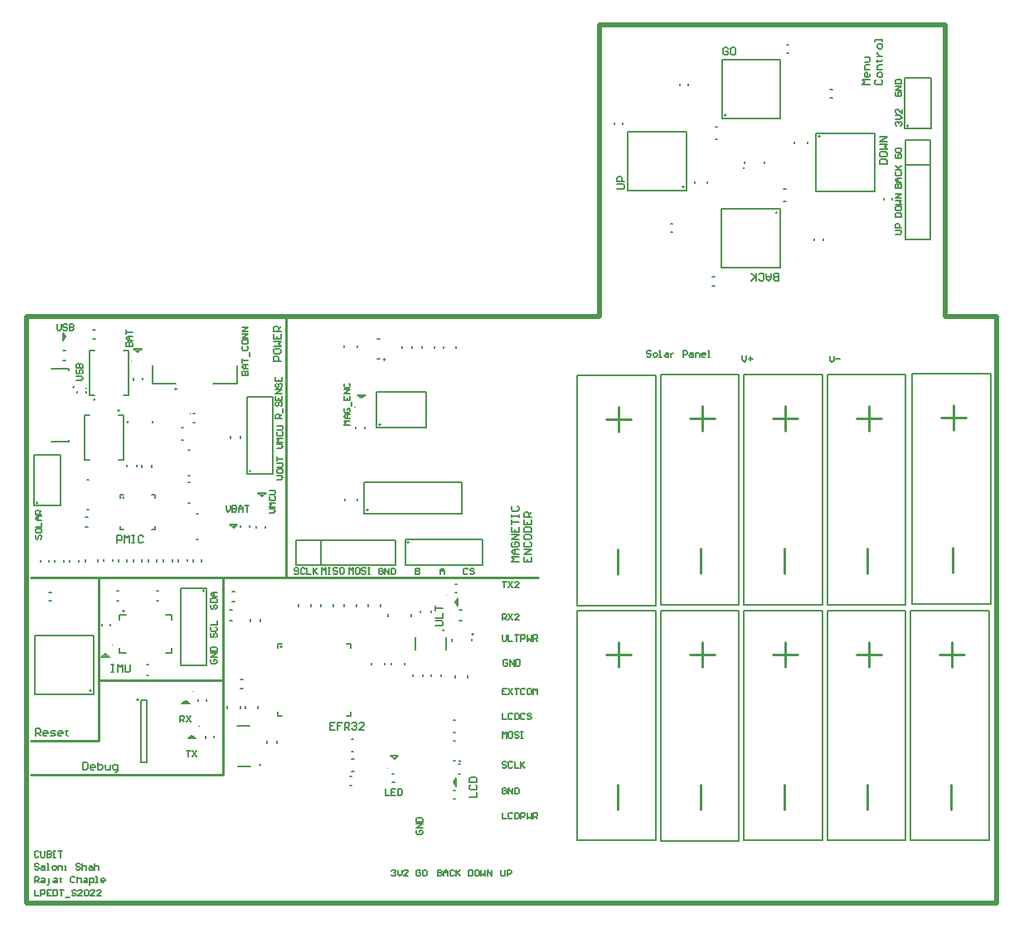
<source format=gto>
G04*
G04 #@! TF.GenerationSoftware,Altium Limited,Altium Designer,22.2.1 (43)*
G04*
G04 Layer_Color=65535*
%FSLAX25Y25*%
%MOIN*%
G70*
G04*
G04 #@! TF.SameCoordinates,3F60BFF8-F64E-45F8-B6E0-E43E19044127*
G04*
G04*
G04 #@! TF.FilePolarity,Positive*
G04*
G01*
G75*
%ADD10C,0.00600*%
%ADD11C,0.00394*%
%ADD12C,0.01000*%
%ADD13C,0.00500*%
%ADD14C,0.00787*%
%ADD15C,0.00807*%
%ADD16C,0.02000*%
D10*
X27400Y202700D02*
G03*
X27400Y202700I-300J0D01*
G01*
X37200Y198200D02*
G03*
X37200Y198200I-300J0D01*
G01*
X90000Y173950D02*
G03*
X90000Y173950I-300J0D01*
G01*
X153600Y145300D02*
G03*
X153600Y145300I-300J0D01*
G01*
X71300Y125700D02*
G03*
X71300Y125700I-300J0D01*
G01*
X4400Y161100D02*
G03*
X4400Y161100I-300J0D01*
G01*
X354400Y312800D02*
G03*
X354400Y312800I-300J0D01*
G01*
X39247Y117616D02*
G03*
X39247Y117616I-300J0D01*
G01*
X19100Y207737D02*
G03*
X19100Y207737I-300J0D01*
G01*
X264073Y288285D02*
G03*
X264073Y288285I-300J0D01*
G01*
X301614Y277873D02*
G03*
X301614Y277873I-300J0D01*
G01*
X281085Y317127D02*
G03*
X281085Y317127I-300J0D01*
G01*
X318827Y308514D02*
G03*
X318827Y308514I-300J0D01*
G01*
X25842Y85513D02*
G03*
X25842Y85513I-300J0D01*
G01*
X174400Y57200D02*
G03*
X174400Y57200I-300J0D01*
G01*
X288514Y295773D02*
G03*
X288514Y295773I-300J0D01*
G01*
X144000Y218800D02*
G03*
X144000Y218800I-300J0D01*
G01*
X179500Y108300D02*
G03*
X179500Y108300I-300J0D01*
G01*
X137200Y158300D02*
G03*
X137200Y158300I-300J0D01*
G01*
X167700Y109900D02*
G03*
X167700Y109900I-300J0D01*
G01*
X65850Y197100D02*
G03*
X65850Y197100I-50J0D01*
G01*
X23850Y207200D02*
G03*
X23850Y207200I-50J0D01*
G01*
X94150Y55731D02*
G03*
X94150Y55731I-300J0D01*
G01*
X60200Y207000D02*
G03*
X60200Y207000I-300J0D01*
G01*
X142165Y192671D02*
G03*
X142165Y192671I-300J0D01*
G01*
X39100Y163200D02*
G03*
X39100Y163200I-300J0D01*
G01*
X102500Y103400D02*
G03*
X102500Y103400I-300J0D01*
G01*
X44800Y82000D02*
G03*
X44800Y82000I-300J0D01*
G01*
X25126Y204345D02*
Y222455D01*
X40874Y204345D02*
Y222455D01*
X25126Y204345D02*
X27193D01*
X25126Y222455D02*
X27193D01*
X38807Y204345D02*
X40874D01*
X38807Y222455D02*
X40874D01*
X23126Y178445D02*
X25193D01*
X23126Y196555D02*
X25193D01*
X36807Y178445D02*
X38874D01*
X36807Y196555D02*
X38874D01*
X23126Y178445D02*
Y196555D01*
X38874Y178445D02*
Y196555D01*
X171506Y42166D02*
X172294D01*
X171500Y45600D02*
X172287D01*
X258700Y273400D02*
X259487D01*
X258706Y269966D02*
X259494D01*
X239634Y313306D02*
Y314094D01*
X236200Y313300D02*
Y314087D01*
X316600Y266800D02*
Y267587D01*
X320034Y266806D02*
Y267594D01*
X262366Y329106D02*
Y329894D01*
X265800Y329113D02*
Y329900D01*
X275613Y248600D02*
X276400D01*
X275606Y252034D02*
X276394D01*
X305506Y341966D02*
X306294D01*
X305500Y345400D02*
X306287D01*
X323013Y324000D02*
X323800D01*
X323006Y327434D02*
X323794D01*
X344466Y283006D02*
Y283794D01*
X347900Y283013D02*
Y283800D01*
X72225Y81413D02*
Y82200D01*
X68791Y81406D02*
Y82194D01*
X71766Y66606D02*
Y67394D01*
X75200Y66613D02*
Y67400D01*
X146913Y48800D02*
X147700D01*
X146906Y52234D02*
X147694D01*
X85966Y151306D02*
Y152094D01*
X89400Y151313D02*
Y152100D01*
X95700Y151113D02*
Y151900D01*
X92266Y151106D02*
Y151894D01*
X8957Y125234D02*
X9744D01*
X8963Y121800D02*
X9750D01*
X14700Y137313D02*
Y138100D01*
X11266Y137306D02*
Y138094D01*
X17266Y137456D02*
Y138243D01*
X20700Y137462D02*
Y138250D01*
X8900Y137313D02*
Y138100D01*
X5466Y137306D02*
Y138094D01*
X26606Y227266D02*
X27394D01*
X26600Y230700D02*
X27387D01*
X36900Y137600D02*
Y138387D01*
X40334Y137606D02*
Y138394D01*
X42866Y137506D02*
Y138294D01*
X46300Y137513D02*
Y138300D01*
X64400Y137613D02*
Y138400D01*
X60966Y137606D02*
Y138394D01*
X42966Y210606D02*
Y211394D01*
X46400Y210613D02*
Y211400D01*
X135700Y191113D02*
Y191900D01*
X132266Y191106D02*
Y191894D01*
X33581Y111822D02*
Y112609D01*
X30147Y111816D02*
Y112603D01*
X31000Y137650D02*
Y138437D01*
X34434Y137656D02*
Y138443D01*
X48866Y137506D02*
Y138294D01*
X52300Y137513D02*
Y138300D01*
X172200Y128600D02*
X172987D01*
X172206Y125166D02*
X172994D01*
X70334Y137506D02*
Y138294D01*
X66900Y137500D02*
Y138287D01*
X55000Y137578D02*
Y138365D01*
X58434Y137584D02*
Y138372D01*
X64706Y161166D02*
X65494D01*
X64706Y169434D02*
X65494D01*
X148200Y136000D02*
Y146000D01*
X118200Y136000D02*
Y146000D01*
X108200D02*
X148200D01*
X108200Y136000D02*
Y146000D01*
Y136000D02*
X148200D01*
X353300Y267100D02*
Y307100D01*
X363300D01*
Y267100D02*
Y307100D01*
X353300Y297100D02*
X363300D01*
X353300Y267100D02*
X363300D01*
X99000Y172850D02*
Y203850D01*
X88500Y172850D02*
X99000D01*
X88500Y203850D02*
X99000D01*
X88500Y172850D02*
Y203850D01*
X152200Y146500D02*
X183200D01*
Y136000D02*
Y146500D01*
X152200Y136000D02*
Y146500D01*
Y136000D02*
X183200D01*
X61700Y95800D02*
Y126800D01*
X72200D01*
X61700Y95800D02*
X72200D01*
Y126800D01*
X13500Y160000D02*
Y180300D01*
X3000Y160000D02*
X13500D01*
X3000Y180300D02*
X13500D01*
X3000Y160000D02*
Y180300D01*
X353000Y311700D02*
Y332000D01*
X363500D01*
X353000Y311700D02*
X363500D01*
Y332000D01*
X154500Y115600D02*
Y116387D01*
X145100Y115500D02*
Y116287D01*
X24100Y170600D02*
X24887D01*
X24206Y158366D02*
X24994D01*
X37347Y116216D02*
X39847D01*
X37347Y114216D02*
Y116216D01*
Y100616D02*
Y102616D01*
Y100616D02*
X39347D01*
X55847Y116216D02*
X58347D01*
Y114216D02*
Y116216D01*
Y100616D02*
Y102616D01*
X56347Y100616D02*
X58347D01*
X39347D02*
X39847D01*
X55847D02*
X56347D01*
X16721Y185870D02*
Y186579D01*
Y214295D02*
Y215004D01*
X9811Y185870D02*
X16721D01*
X9811Y215004D02*
X16721D01*
X241562Y286874D02*
X265184D01*
Y310496D01*
X241562D02*
X265184D01*
X241562Y286874D02*
Y310496D01*
X279103Y255662D02*
X302726D01*
X279103D02*
Y279284D01*
X302726D01*
Y255662D02*
Y279284D01*
X279374Y315716D02*
Y339338D01*
Y315716D02*
X302996D01*
Y339338D01*
X279374D02*
X302996D01*
X340738Y286303D02*
Y309926D01*
X317116Y286303D02*
X340738D01*
X317116D02*
Y309926D01*
X340738D01*
X3331Y84102D02*
X26953D01*
Y107724D01*
X3331D02*
X26953D01*
X3331Y84102D02*
Y107724D01*
X135415Y156901D02*
X174785D01*
X135415Y169499D02*
X174785D01*
X135415Y156901D02*
Y169499D01*
X174785Y156901D02*
Y169499D01*
X156300Y102000D02*
Y107000D01*
X168600Y102000D02*
Y107000D01*
X66856Y193543D02*
X67644D01*
X66813Y197057D02*
X67600D01*
X23757Y205400D02*
Y206187D01*
X20243Y205356D02*
Y206144D01*
X84627Y71392D02*
X89627D01*
X84750Y55209D02*
X89750D01*
X86013Y86500D02*
X86800D01*
X86013Y90100D02*
X86800D01*
X129713Y51000D02*
X130500D01*
X129713Y47400D02*
X130500D01*
X40382Y193456D02*
Y194244D01*
X50618Y193456D02*
Y194244D01*
X64856Y172082D02*
X65644D01*
X64856Y182318D02*
X65644D01*
X68156Y146582D02*
X68944D01*
X68156Y156818D02*
X68944D01*
X171513Y73700D02*
X172300D01*
X171506Y68666D02*
X172294D01*
X273434Y289806D02*
Y290594D01*
X268400Y289813D02*
Y290600D01*
X304300Y282500D02*
X305087D01*
X304306Y287534D02*
X305094D01*
X276806Y307466D02*
X277594D01*
X276813Y312500D02*
X277600D01*
X313700Y305700D02*
Y306487D01*
X308666Y305706D02*
Y306494D01*
X80666Y78606D02*
Y79394D01*
X85700Y78600D02*
Y79387D01*
X92800Y78500D02*
Y79287D01*
X87766Y78506D02*
Y79294D01*
X130606Y53166D02*
X131394D01*
X130613Y58200D02*
X131400D01*
X137100Y119513D02*
Y120300D01*
X142134Y119506D02*
Y120294D01*
X132634Y119506D02*
Y120294D01*
X127600Y119513D02*
Y120300D01*
X118300Y119513D02*
Y120300D01*
X123334Y119506D02*
Y120294D01*
X114234Y119506D02*
Y120294D01*
X109200Y119513D02*
Y120300D01*
X151700Y96100D02*
Y96887D01*
X146666Y96106D02*
Y96894D01*
X138666Y96106D02*
Y96894D01*
X143700Y96100D02*
Y96887D01*
X62113Y191400D02*
X62900D01*
X62106Y186366D02*
X62894D01*
X23466Y137606D02*
Y138394D01*
X28500Y137600D02*
Y138387D01*
X158900Y223313D02*
Y224100D01*
X163934Y223306D02*
Y224094D01*
X127666Y223806D02*
Y224594D01*
X132700Y223800D02*
Y224587D01*
X177200Y90900D02*
Y91687D01*
X172166Y90906D02*
Y91694D01*
X172434Y223306D02*
Y224094D01*
X167400Y223313D02*
Y224100D01*
X132800Y162000D02*
Y162787D01*
X127766Y162006D02*
Y162794D01*
X130490Y61232D02*
X131278D01*
X130496Y66266D02*
X131284D01*
X50500Y209000D02*
Y216500D01*
Y209000D02*
X60000D01*
X75000D02*
X84500D01*
Y216500D01*
X162367Y117006D02*
Y117794D01*
X158233Y117006D02*
Y117794D01*
X50267Y175606D02*
Y176394D01*
X46133Y175606D02*
Y176394D01*
X40033Y175706D02*
Y176494D01*
X44167Y175706D02*
Y176494D01*
X23606Y155567D02*
X24394D01*
X23606Y151433D02*
X24394D01*
X150833Y223306D02*
Y224094D01*
X154967Y223306D02*
Y224094D01*
X52211Y121671D02*
X52999D01*
X52211Y125805D02*
X52999D01*
X48106Y96067D02*
X48894D01*
X48106Y91933D02*
X48894D01*
X36211Y125805D02*
X36999D01*
X36211Y121671D02*
X36999D01*
X166667Y91443D02*
Y92231D01*
X162533Y91443D02*
Y92231D01*
X82606Y121433D02*
X83394D01*
X82606Y125567D02*
X83394D01*
X81669Y118067D02*
X82457D01*
X81669Y113933D02*
X82457D01*
X81833Y187206D02*
Y187994D01*
X85967Y187206D02*
Y187994D01*
X155133Y91443D02*
Y92231D01*
X159267Y91443D02*
Y92231D01*
X14606Y222567D02*
X15394D01*
X14606Y218433D02*
X15394D01*
X100667Y64543D02*
Y65331D01*
X96533Y64543D02*
Y65331D01*
X93867Y113606D02*
Y114394D01*
X89733Y113606D02*
Y114394D01*
X173406Y52133D02*
X174194D01*
X173406Y56267D02*
X174194D01*
X174006Y118067D02*
X174794D01*
X174006Y113933D02*
X174794D01*
X160504Y191287D02*
Y205854D01*
X140425Y191287D02*
Y205854D01*
X160504D01*
X140425Y191287D02*
X160504D01*
X37610Y163209D02*
Y164390D01*
Y150610D02*
Y151791D01*
X51390Y163209D02*
Y164390D01*
Y150610D02*
Y151791D01*
X37610Y164390D02*
X38791D01*
X37610Y150610D02*
X38791D01*
X50209Y164390D02*
X51390D01*
X50209Y150610D02*
X51390D01*
X100933Y75433D02*
X102587D01*
X100933D02*
Y77087D01*
X128413Y75433D02*
X130067D01*
Y77087D01*
Y102913D02*
Y104567D01*
X128413D02*
X130067D01*
X100933D02*
X102587D01*
X100933Y102913D02*
Y104567D01*
X45720Y81900D02*
X48280D01*
X45720Y56900D02*
Y81900D01*
Y56900D02*
X48280D01*
Y81900D01*
X197761Y137300D02*
X194762D01*
X195762Y138300D01*
X194762Y139299D01*
X197761D01*
Y140299D02*
X195762D01*
X194762Y141299D01*
X195762Y142298D01*
X197761D01*
X196262D01*
Y140299D01*
X195262Y145297D02*
X194762Y144798D01*
Y143798D01*
X195262Y143298D01*
X197261D01*
X197761Y143798D01*
Y144798D01*
X197261Y145297D01*
X196262D01*
Y144298D01*
X197761Y146297D02*
X194762D01*
X197761Y148296D01*
X194762D01*
Y151295D02*
Y149296D01*
X197761D01*
Y151295D01*
X196262Y149296D02*
Y150296D01*
X194762Y152295D02*
Y154295D01*
Y153295D01*
X197761D01*
X194762Y155294D02*
Y156294D01*
Y155794D01*
X197761D01*
Y155294D01*
Y156294D01*
X195262Y159793D02*
X194762Y159293D01*
Y158293D01*
X195262Y157793D01*
X197261D01*
X197761Y158293D01*
Y159293D01*
X197261Y159793D01*
X199801Y139299D02*
Y137300D01*
X202800D01*
Y139299D01*
X201301Y137300D02*
Y138300D01*
X202800Y140299D02*
X199801D01*
X202800Y142298D01*
X199801D01*
X200301Y145297D02*
X199801Y144798D01*
Y143798D01*
X200301Y143298D01*
X202300D01*
X202800Y143798D01*
Y144798D01*
X202300Y145297D01*
X199801Y147797D02*
Y146797D01*
X200301Y146297D01*
X202300D01*
X202800Y146797D01*
Y147797D01*
X202300Y148296D01*
X200301D01*
X199801Y147797D01*
Y149296D02*
X202800D01*
Y150796D01*
X202300Y151295D01*
X200301D01*
X199801Y150796D01*
Y149296D01*
Y154295D02*
Y152295D01*
X202800D01*
Y154295D01*
X201301Y152295D02*
Y153295D01*
X202800Y155294D02*
X199801D01*
Y156794D01*
X200301Y157293D01*
X201301D01*
X201800Y156794D01*
Y155294D01*
Y156294D02*
X202800Y157293D01*
X338861Y329400D02*
X335862D01*
X336862Y330400D01*
X335862Y331399D01*
X338861D01*
Y333898D02*
Y332899D01*
X338361Y332399D01*
X337362D01*
X336862Y332899D01*
Y333898D01*
X337362Y334398D01*
X337861D01*
Y332399D01*
X338861Y335398D02*
X336862D01*
Y336898D01*
X337362Y337397D01*
X338861D01*
X336862Y338397D02*
X338361D01*
X338861Y338897D01*
Y340396D01*
X336862D01*
X341401Y331399D02*
X340901Y330900D01*
Y329900D01*
X341401Y329400D01*
X343400D01*
X343900Y329900D01*
Y330900D01*
X343400Y331399D01*
X343900Y332899D02*
Y333898D01*
X343400Y334398D01*
X342401D01*
X341901Y333898D01*
Y332899D01*
X342401Y332399D01*
X343400D01*
X343900Y332899D01*
Y335398D02*
X341901D01*
Y336898D01*
X342401Y337397D01*
X343900D01*
X341401Y338897D02*
X341901D01*
Y338397D01*
Y339397D01*
Y338897D01*
X343400D01*
X343900Y339397D01*
X341901Y340896D02*
X343900D01*
X342900D01*
X342401Y341396D01*
X341901Y341896D01*
Y342396D01*
X343900Y344395D02*
Y345395D01*
X343400Y345895D01*
X342401D01*
X341901Y345395D01*
Y344395D01*
X342401Y343895D01*
X343400D01*
X343900Y344395D01*
Y346894D02*
Y347894D01*
Y347394D01*
X340901D01*
Y346894D01*
X157017Y29566D02*
X156601Y29150D01*
Y28317D01*
X157017Y27900D01*
X158684D01*
X159100Y28317D01*
Y29150D01*
X158684Y29566D01*
X157850D01*
Y28733D01*
X159100Y30399D02*
X156601D01*
X159100Y32065D01*
X156601D01*
Y32898D02*
X159100D01*
Y34148D01*
X158684Y34565D01*
X157017D01*
X156601Y34148D01*
Y32898D01*
X281999Y343799D02*
X281500Y344299D01*
X280500D01*
X280000Y343799D01*
Y341800D01*
X280500Y341300D01*
X281500D01*
X281999Y341800D01*
Y342799D01*
X281000D01*
X284499Y344299D02*
X283499D01*
X282999Y343799D01*
Y341800D01*
X283499Y341300D01*
X284499D01*
X284998Y341800D01*
Y343799D01*
X284499Y344299D01*
X349101Y269200D02*
X351184D01*
X351600Y269617D01*
Y270450D01*
X351184Y270866D01*
X349101D01*
X351600Y271699D02*
X349101D01*
Y272949D01*
X349517Y273365D01*
X350350D01*
X350767Y272949D01*
Y271699D01*
X349101Y276200D02*
X351600D01*
Y277450D01*
X351184Y277866D01*
X349517D01*
X349101Y277450D01*
Y276200D01*
Y279949D02*
Y279116D01*
X349517Y278699D01*
X351184D01*
X351600Y279116D01*
Y279949D01*
X351184Y280365D01*
X349517D01*
X349101Y279949D01*
Y281198D02*
X351600D01*
X350767Y282031D01*
X351600Y282864D01*
X349101D01*
X351600Y283698D02*
X349101D01*
X351600Y285364D01*
X349101D01*
X349517Y326366D02*
X349101Y325950D01*
Y325116D01*
X349517Y324700D01*
X351184D01*
X351600Y325116D01*
Y325950D01*
X351184Y326366D01*
X350350D01*
Y325533D01*
X351600Y327199D02*
X349101D01*
X351600Y328865D01*
X349101D01*
Y329698D02*
X351600D01*
Y330948D01*
X351184Y331364D01*
X349517D01*
X349101Y330948D01*
Y329698D01*
X302300Y250601D02*
Y253600D01*
X300800D01*
X300301Y253100D01*
Y252600D01*
X300800Y252100D01*
X302300D01*
X300800D01*
X300301Y251601D01*
Y251101D01*
X300800Y250601D01*
X302300D01*
X299301Y253600D02*
Y251601D01*
X298301Y250601D01*
X297302Y251601D01*
Y253600D01*
Y252100D01*
X299301D01*
X294303Y251101D02*
X294802Y250601D01*
X295802D01*
X296302Y251101D01*
Y253100D01*
X295802Y253600D01*
X294802D01*
X294303Y253100D01*
X293303Y250601D02*
Y253600D01*
Y252600D01*
X291304Y250601D01*
X292803Y252100D01*
X291304Y253600D01*
X237301Y287300D02*
X239800D01*
X240300Y287800D01*
Y288800D01*
X239800Y289299D01*
X237301D01*
X240300Y290299D02*
X237301D01*
Y291798D01*
X237801Y292298D01*
X238801D01*
X239300Y291798D01*
Y290299D01*
X349617Y312900D02*
X349201Y313316D01*
Y314150D01*
X349617Y314566D01*
X350034D01*
X350450Y314150D01*
Y313733D01*
Y314150D01*
X350867Y314566D01*
X351284D01*
X351700Y314150D01*
Y313316D01*
X351284Y312900D01*
X349201Y315399D02*
X350867D01*
X351700Y316232D01*
X350867Y317065D01*
X349201D01*
X351700Y319565D02*
Y317898D01*
X350034Y319565D01*
X349617D01*
X349201Y319148D01*
Y318315D01*
X349617Y317898D01*
X349517Y301366D02*
X349101Y300950D01*
Y300116D01*
X349517Y299700D01*
X351184D01*
X351600Y300116D01*
Y300950D01*
X351184Y301366D01*
X350350D01*
Y300533D01*
X349101Y303449D02*
Y302616D01*
X349517Y302199D01*
X351184D01*
X351600Y302616D01*
Y303449D01*
X351184Y303865D01*
X349517D01*
X349101Y303449D01*
Y287700D02*
X351600D01*
Y288950D01*
X351184Y289366D01*
X350767D01*
X350350Y288950D01*
Y287700D01*
Y288950D01*
X349934Y289366D01*
X349517D01*
X349101Y288950D01*
Y287700D01*
X351600Y290199D02*
X349934D01*
X349101Y291032D01*
X349934Y291865D01*
X351600D01*
X350350D01*
Y290199D01*
X349517Y294365D02*
X349101Y293948D01*
Y293115D01*
X349517Y292698D01*
X351184D01*
X351600Y293115D01*
Y293948D01*
X351184Y294365D01*
X349101Y295198D02*
X351600D01*
X350767D01*
X349101Y296864D01*
X350350Y295614D01*
X351600Y296864D01*
X342801Y297300D02*
X345800D01*
Y298799D01*
X345300Y299299D01*
X343301D01*
X342801Y298799D01*
Y297300D01*
Y301799D02*
Y300799D01*
X343301Y300299D01*
X345300D01*
X345800Y300799D01*
Y301799D01*
X345300Y302298D01*
X343301D01*
X342801Y301799D01*
Y303298D02*
X345800D01*
X344800Y304298D01*
X345800Y305297D01*
X342801D01*
X345800Y306297D02*
X342801D01*
X345800Y308296D01*
X342801D01*
X3100Y5516D02*
Y3016D01*
X4766D01*
X5599D02*
Y5516D01*
X6849D01*
X7265Y5099D01*
Y4266D01*
X6849Y3850D01*
X5599D01*
X9764Y5516D02*
X8098D01*
Y3016D01*
X9764D01*
X8098Y4266D02*
X8931D01*
X10598Y5516D02*
Y3016D01*
X11847D01*
X12264Y3433D01*
Y5099D01*
X11847Y5516D01*
X10598D01*
X13097D02*
X14763D01*
X13930D01*
Y3016D01*
X15596Y2600D02*
X17262D01*
X19761Y5099D02*
X19345Y5516D01*
X18512D01*
X18095Y5099D01*
Y4683D01*
X18512Y4266D01*
X19345D01*
X19761Y3850D01*
Y3433D01*
X19345Y3016D01*
X18512D01*
X18095Y3433D01*
X22261Y3016D02*
X20594D01*
X22261Y4683D01*
Y5099D01*
X21844Y5516D01*
X21011D01*
X20594Y5099D01*
X23094D02*
X23510Y5516D01*
X24343D01*
X24760Y5099D01*
Y3433D01*
X24343Y3016D01*
X23510D01*
X23094Y3433D01*
Y5099D01*
X27259Y3016D02*
X25593D01*
X27259Y4683D01*
Y5099D01*
X26842Y5516D01*
X26009D01*
X25593Y5099D01*
X29758Y3016D02*
X28092D01*
X29758Y4683D01*
Y5099D01*
X29342Y5516D01*
X28508D01*
X28092Y5099D01*
X3100Y8433D02*
Y10932D01*
X4350D01*
X4766Y10516D01*
Y9683D01*
X4350Y9266D01*
X3100D01*
X3933D02*
X4766Y8433D01*
X6016Y10099D02*
X6849D01*
X7265Y9683D01*
Y8433D01*
X6016D01*
X5599Y8850D01*
X6016Y9266D01*
X7265D01*
X8098Y7600D02*
X8515D01*
X8931Y8016D01*
Y10099D01*
X11014D02*
X11847D01*
X12264Y9683D01*
Y8433D01*
X11014D01*
X10598Y8850D01*
X11014Y9266D01*
X12264D01*
X13513Y10516D02*
Y10099D01*
X13097D01*
X13930D01*
X13513D01*
Y8850D01*
X13930Y8433D01*
X19345Y10516D02*
X18928Y10932D01*
X18095D01*
X17679Y10516D01*
Y8850D01*
X18095Y8433D01*
X18928D01*
X19345Y8850D01*
X20178Y10932D02*
Y8433D01*
Y9683D01*
X20594Y10099D01*
X21427D01*
X21844Y9683D01*
Y8433D01*
X23094Y10099D02*
X23927D01*
X24343Y9683D01*
Y8433D01*
X23094D01*
X22677Y8850D01*
X23094Y9266D01*
X24343D01*
X25176Y7600D02*
Y10099D01*
X26426D01*
X26842Y9683D01*
Y8850D01*
X26426Y8433D01*
X25176D01*
X27675D02*
X28508D01*
X28092D01*
Y10932D01*
X27675D01*
X31008Y8433D02*
X30175D01*
X29758Y8850D01*
Y9683D01*
X30175Y10099D01*
X31008D01*
X31424Y9683D01*
Y9266D01*
X29758D01*
X4766Y15683D02*
X4350Y16099D01*
X3517D01*
X3100Y15683D01*
Y15266D01*
X3517Y14850D01*
X4350D01*
X4766Y14433D01*
Y14017D01*
X4350Y13600D01*
X3517D01*
X3100Y14017D01*
X6016Y15266D02*
X6849D01*
X7265Y14850D01*
Y13600D01*
X6016D01*
X5599Y14017D01*
X6016Y14433D01*
X7265D01*
X8098Y13600D02*
X8931D01*
X8515D01*
Y16099D01*
X8098D01*
X10598Y13600D02*
X11431D01*
X11847Y14017D01*
Y14850D01*
X11431Y15266D01*
X10598D01*
X10181Y14850D01*
Y14017D01*
X10598Y13600D01*
X12680D02*
Y15266D01*
X13930D01*
X14346Y14850D01*
Y13600D01*
X15179D02*
X16013D01*
X15596D01*
Y15266D01*
X15179D01*
X21427Y15683D02*
X21011Y16099D01*
X20178D01*
X19761Y15683D01*
Y15266D01*
X20178Y14850D01*
X21011D01*
X21427Y14433D01*
Y14017D01*
X21011Y13600D01*
X20178D01*
X19761Y14017D01*
X22261Y16099D02*
Y13600D01*
Y14850D01*
X22677Y15266D01*
X23510D01*
X23927Y14850D01*
Y13600D01*
X25176Y15266D02*
X26009D01*
X26426Y14850D01*
Y13600D01*
X25176D01*
X24760Y14017D01*
X25176Y14433D01*
X26426D01*
X27259Y16099D02*
Y13600D01*
Y14850D01*
X27675Y15266D01*
X28508D01*
X28925Y14850D01*
Y13600D01*
X4766Y20683D02*
X4350Y21099D01*
X3517D01*
X3100Y20683D01*
Y19016D01*
X3517Y18600D01*
X4350D01*
X4766Y19016D01*
X5599Y21099D02*
Y19016D01*
X6016Y18600D01*
X6849D01*
X7265Y19016D01*
Y21099D01*
X8098D02*
Y18600D01*
X9348D01*
X9764Y19016D01*
Y19433D01*
X9348Y19850D01*
X8098D01*
X9348D01*
X9764Y20266D01*
Y20683D01*
X9348Y21099D01*
X8098D01*
X10598D02*
X11431D01*
X11014D01*
Y18600D01*
X10598D01*
X11431D01*
X12680Y21099D02*
X14346D01*
X13513D01*
Y18600D01*
X322700Y220199D02*
Y218533D01*
X323533Y217700D01*
X324366Y218533D01*
Y220199D01*
X325199Y218950D02*
X326865D01*
X287600Y220399D02*
Y218733D01*
X288433Y217900D01*
X289266Y218733D01*
Y220399D01*
X290099Y219150D02*
X291765D01*
X290932Y219983D02*
Y218317D01*
X250866Y221983D02*
X250450Y222399D01*
X249617D01*
X249200Y221983D01*
Y221566D01*
X249617Y221150D01*
X250450D01*
X250866Y220733D01*
Y220317D01*
X250450Y219900D01*
X249617D01*
X249200Y220317D01*
X252116Y219900D02*
X252949D01*
X253365Y220317D01*
Y221150D01*
X252949Y221566D01*
X252116D01*
X251699Y221150D01*
Y220317D01*
X252116Y219900D01*
X254198D02*
X255031D01*
X254615D01*
Y222399D01*
X254198D01*
X256698Y221566D02*
X257531D01*
X257947Y221150D01*
Y219900D01*
X256698D01*
X256281Y220317D01*
X256698Y220733D01*
X257947D01*
X258780Y221566D02*
Y219900D01*
Y220733D01*
X259197Y221150D01*
X259613Y221566D01*
X260030D01*
X263779Y219900D02*
Y222399D01*
X265028D01*
X265445Y221983D01*
Y221150D01*
X265028Y220733D01*
X263779D01*
X266694Y221566D02*
X267527D01*
X267944Y221150D01*
Y219900D01*
X266694D01*
X266278Y220317D01*
X266694Y220733D01*
X267944D01*
X268777Y219900D02*
Y221566D01*
X270027D01*
X270443Y221150D01*
Y219900D01*
X272526D02*
X271693D01*
X271276Y220317D01*
Y221150D01*
X271693Y221566D01*
X272526D01*
X272942Y221150D01*
Y220733D01*
X271276D01*
X273775Y219900D02*
X274608D01*
X274192D01*
Y222399D01*
X273775D01*
X191100Y129599D02*
X192766D01*
X191933D01*
Y127100D01*
X193599Y129599D02*
X195265Y127100D01*
Y129599D02*
X193599Y127100D01*
X197765D02*
X196098D01*
X197765Y128766D01*
Y129183D01*
X197348Y129599D01*
X196515D01*
X196098Y129183D01*
X191100Y114100D02*
Y116599D01*
X192350D01*
X192766Y116183D01*
Y115350D01*
X192350Y114933D01*
X191100D01*
X191933D02*
X192766Y114100D01*
X193599Y116599D02*
X195265Y114100D01*
Y116599D02*
X193599Y114100D01*
X197765D02*
X196098D01*
X197765Y115766D01*
Y116183D01*
X197348Y116599D01*
X196515D01*
X196098Y116183D01*
X191100Y108099D02*
Y106017D01*
X191516Y105600D01*
X192350D01*
X192766Y106017D01*
Y108099D01*
X193599D02*
Y105600D01*
X195265D01*
X196098Y108099D02*
X197765D01*
X196931D01*
Y105600D01*
X198598D02*
Y108099D01*
X199847D01*
X200264Y107683D01*
Y106850D01*
X199847Y106433D01*
X198598D01*
X201097Y108099D02*
Y105600D01*
X201930Y106433D01*
X202763Y105600D01*
Y108099D01*
X203596Y105600D02*
Y108099D01*
X204846D01*
X205262Y107683D01*
Y106850D01*
X204846Y106433D01*
X203596D01*
X204429D02*
X205262Y105600D01*
X193266Y97683D02*
X192850Y98099D01*
X192016D01*
X191600Y97683D01*
Y96017D01*
X192016Y95600D01*
X192850D01*
X193266Y96017D01*
Y96850D01*
X192433D01*
X194099Y95600D02*
Y98099D01*
X195765Y95600D01*
Y98099D01*
X196598D02*
Y95600D01*
X197848D01*
X198265Y96017D01*
Y97683D01*
X197848Y98099D01*
X196598D01*
X192766Y86599D02*
X191100D01*
Y84100D01*
X192766D01*
X191100Y85350D02*
X191933D01*
X193599Y86599D02*
X195265Y84100D01*
Y86599D02*
X193599Y84100D01*
X196098Y86599D02*
X197765D01*
X196931D01*
Y84100D01*
X200264Y86183D02*
X199847Y86599D01*
X199014D01*
X198598Y86183D01*
Y84517D01*
X199014Y84100D01*
X199847D01*
X200264Y84517D01*
X202346Y86599D02*
X201513D01*
X201097Y86183D01*
Y84517D01*
X201513Y84100D01*
X202346D01*
X202763Y84517D01*
Y86183D01*
X202346Y86599D01*
X203596Y84100D02*
Y86599D01*
X204429Y85766D01*
X205262Y86599D01*
Y84100D01*
X191100Y76599D02*
Y74100D01*
X192766D01*
X195265Y76183D02*
X194849Y76599D01*
X194016D01*
X193599Y76183D01*
Y74516D01*
X194016Y74100D01*
X194849D01*
X195265Y74516D01*
X196098Y76599D02*
Y74100D01*
X197348D01*
X197765Y74516D01*
Y76183D01*
X197348Y76599D01*
X196098D01*
X200264Y76183D02*
X199847Y76599D01*
X199014D01*
X198598Y76183D01*
Y74516D01*
X199014Y74100D01*
X199847D01*
X200264Y74516D01*
X202763Y76183D02*
X202346Y76599D01*
X201513D01*
X201097Y76183D01*
Y75766D01*
X201513Y75350D01*
X202346D01*
X202763Y74933D01*
Y74516D01*
X202346Y74100D01*
X201513D01*
X201097Y74516D01*
X191100Y66600D02*
Y69099D01*
X191933Y68266D01*
X192766Y69099D01*
Y66600D01*
X194849Y69099D02*
X194016D01*
X193599Y68683D01*
Y67017D01*
X194016Y66600D01*
X194849D01*
X195265Y67017D01*
Y68683D01*
X194849Y69099D01*
X197765Y68683D02*
X197348Y69099D01*
X196515D01*
X196098Y68683D01*
Y68266D01*
X196515Y67850D01*
X197348D01*
X197765Y67433D01*
Y67017D01*
X197348Y66600D01*
X196515D01*
X196098Y67017D01*
X198598Y69099D02*
X199431D01*
X199014D01*
Y66600D01*
X198598D01*
X199431D01*
X192766Y56683D02*
X192350Y57099D01*
X191516D01*
X191100Y56683D01*
Y56266D01*
X191516Y55850D01*
X192350D01*
X192766Y55433D01*
Y55016D01*
X192350Y54600D01*
X191516D01*
X191100Y55016D01*
X195265Y56683D02*
X194849Y57099D01*
X194016D01*
X193599Y56683D01*
Y55016D01*
X194016Y54600D01*
X194849D01*
X195265Y55016D01*
X196098Y57099D02*
Y54600D01*
X197765D01*
X198598Y57099D02*
Y54600D01*
Y55433D01*
X200264Y57099D01*
X199014Y55850D01*
X200264Y54600D01*
X192766Y46183D02*
X192350Y46599D01*
X191516D01*
X191100Y46183D01*
Y44517D01*
X191516Y44100D01*
X192350D01*
X192766Y44517D01*
Y45350D01*
X191933D01*
X193599Y44100D02*
Y46599D01*
X195265Y44100D01*
Y46599D01*
X196098D02*
Y44100D01*
X197348D01*
X197765Y44517D01*
Y46183D01*
X197348Y46599D01*
X196098D01*
X191100Y36599D02*
Y34100D01*
X192766D01*
X195265Y36183D02*
X194849Y36599D01*
X194016D01*
X193599Y36183D01*
Y34517D01*
X194016Y34100D01*
X194849D01*
X195265Y34517D01*
X196098Y36599D02*
Y34100D01*
X197348D01*
X197765Y34517D01*
Y36183D01*
X197348Y36599D01*
X196098D01*
X198598Y34100D02*
Y36599D01*
X199847D01*
X200264Y36183D01*
Y35350D01*
X199847Y34933D01*
X198598D01*
X201097Y36599D02*
Y34100D01*
X201930Y34933D01*
X202763Y34100D01*
Y36599D01*
X203596Y34100D02*
Y36599D01*
X204846D01*
X205262Y36183D01*
Y35350D01*
X204846Y34933D01*
X203596D01*
X204429D02*
X205262Y34100D01*
X190600Y13599D02*
Y11517D01*
X191016Y11100D01*
X191850D01*
X192266Y11517D01*
Y13599D01*
X193099Y11100D02*
Y13599D01*
X194349D01*
X194765Y13183D01*
Y12350D01*
X194349Y11933D01*
X193099D01*
X177600Y13599D02*
Y11100D01*
X178850D01*
X179266Y11517D01*
Y13183D01*
X178850Y13599D01*
X177600D01*
X181349D02*
X180516D01*
X180099Y13183D01*
Y11517D01*
X180516Y11100D01*
X181349D01*
X181765Y11517D01*
Y13183D01*
X181349Y13599D01*
X182598D02*
Y11100D01*
X183431Y11933D01*
X184265Y11100D01*
Y13599D01*
X185098Y11100D02*
Y13599D01*
X186764Y11100D01*
Y13599D01*
X165100D02*
Y11100D01*
X166350D01*
X166766Y11517D01*
Y11933D01*
X166350Y12350D01*
X165100D01*
X166350D01*
X166766Y12766D01*
Y13183D01*
X166350Y13599D01*
X165100D01*
X167599Y11100D02*
Y12766D01*
X168432Y13599D01*
X169265Y12766D01*
Y11100D01*
Y12350D01*
X167599D01*
X171765Y13183D02*
X171348Y13599D01*
X170515D01*
X170098Y13183D01*
Y11517D01*
X170515Y11100D01*
X171348D01*
X171765Y11517D01*
X172598Y13599D02*
Y11100D01*
Y11933D01*
X174264Y13599D01*
X173014Y12350D01*
X174264Y11100D01*
X158266Y13183D02*
X157850Y13599D01*
X157017D01*
X156600Y13183D01*
Y11517D01*
X157017Y11100D01*
X157850D01*
X158266Y11517D01*
Y12350D01*
X157433D01*
X160349Y13599D02*
X159516D01*
X159099Y13183D01*
Y11517D01*
X159516Y11100D01*
X160349D01*
X160765Y11517D01*
Y13183D01*
X160349Y13599D01*
X146600Y13183D02*
X147017Y13599D01*
X147850D01*
X148266Y13183D01*
Y12766D01*
X147850Y12350D01*
X147433D01*
X147850D01*
X148266Y11933D01*
Y11517D01*
X147850Y11100D01*
X147017D01*
X146600Y11517D01*
X149099Y13599D02*
Y11933D01*
X149932Y11100D01*
X150765Y11933D01*
Y13599D01*
X153264Y11100D02*
X151598D01*
X153264Y12766D01*
Y13183D01*
X152848Y13599D01*
X152015D01*
X151598Y13183D01*
X177992Y42740D02*
X180991D01*
Y44739D01*
X178492Y47739D02*
X177992Y47239D01*
Y46239D01*
X178492Y45739D01*
X180491D01*
X180991Y46239D01*
Y47239D01*
X180491Y47739D01*
X177992Y48738D02*
X180991D01*
Y50238D01*
X180491Y50738D01*
X178492D01*
X177992Y50238D01*
Y48738D01*
X144100Y46099D02*
Y43600D01*
X145766D01*
X148265Y46099D02*
X146599D01*
Y43600D01*
X148265D01*
X146599Y44850D02*
X147432D01*
X149098Y46099D02*
Y43600D01*
X150348D01*
X150765Y44017D01*
Y45683D01*
X150348Y46099D01*
X149098D01*
X123699Y72799D02*
X121700D01*
Y69800D01*
X123699D01*
X121700Y71299D02*
X122700D01*
X126698Y72799D02*
X124699D01*
Y71299D01*
X125699D01*
X124699D01*
Y69800D01*
X127698D02*
Y72799D01*
X129198D01*
X129697Y72299D01*
Y71299D01*
X129198Y70800D01*
X127698D01*
X128698D02*
X129697Y69800D01*
X130697Y72299D02*
X131197Y72799D01*
X132197D01*
X132696Y72299D01*
Y71799D01*
X132197Y71299D01*
X131697D01*
X132197D01*
X132696Y70800D01*
Y70300D01*
X132197Y69800D01*
X131197D01*
X130697Y70300D01*
X135696Y69800D02*
X133696D01*
X135696Y71799D01*
Y72299D01*
X135196Y72799D01*
X134196D01*
X133696Y72299D01*
X64100Y61599D02*
X65766D01*
X64933D01*
Y59100D01*
X66599Y61599D02*
X68265Y59100D01*
Y61599D02*
X66599Y59100D01*
X61600Y73100D02*
Y75599D01*
X62850D01*
X63266Y75183D01*
Y74350D01*
X62850Y73933D01*
X61600D01*
X62433D02*
X63266Y73100D01*
X64099Y75599D02*
X65765Y73100D01*
Y75599D02*
X64099Y73100D01*
X22500Y56899D02*
Y53900D01*
X24000D01*
X24499Y54400D01*
Y56399D01*
X24000Y56899D01*
X22500D01*
X26999Y53900D02*
X25999D01*
X25499Y54400D01*
Y55399D01*
X25999Y55899D01*
X26999D01*
X27498Y55399D01*
Y54899D01*
X25499D01*
X28498Y56899D02*
Y53900D01*
X29998D01*
X30497Y54400D01*
Y54899D01*
Y55399D01*
X29998Y55899D01*
X28498D01*
X31497D02*
Y54400D01*
X31997Y53900D01*
X33496D01*
Y55899D01*
X35496Y52900D02*
X35996D01*
X36496Y53400D01*
Y55899D01*
X34996D01*
X34496Y55399D01*
Y54400D01*
X34996Y53900D01*
X36496D01*
X74317Y98266D02*
X73901Y97850D01*
Y97017D01*
X74317Y96600D01*
X75984D01*
X76400Y97017D01*
Y97850D01*
X75984Y98266D01*
X75150D01*
Y97433D01*
X76400Y99099D02*
X73901D01*
X76400Y100765D01*
X73901D01*
Y101598D02*
X76400D01*
Y102848D01*
X75984Y103264D01*
X74317D01*
X73901Y102848D01*
Y101598D01*
X74317Y108766D02*
X73901Y108350D01*
Y107517D01*
X74317Y107100D01*
X74734D01*
X75150Y107517D01*
Y108350D01*
X75567Y108766D01*
X75984D01*
X76400Y108350D01*
Y107517D01*
X75984Y107100D01*
X74317Y111265D02*
X73901Y110849D01*
Y110016D01*
X74317Y109599D01*
X75984D01*
X76400Y110016D01*
Y110849D01*
X75984Y111265D01*
X73901Y112098D02*
X76400D01*
Y113765D01*
X74317Y120266D02*
X73901Y119850D01*
Y119017D01*
X74317Y118600D01*
X74734D01*
X75150Y119017D01*
Y119850D01*
X75567Y120266D01*
X75984D01*
X76400Y119850D01*
Y119017D01*
X75984Y118600D01*
X73901Y121099D02*
X76400D01*
Y122349D01*
X75984Y122765D01*
X74317D01*
X73901Y122349D01*
Y121099D01*
X76400Y123598D02*
X74734D01*
X73901Y124431D01*
X74734Y125265D01*
X76400D01*
X75150D01*
Y123598D01*
X164289Y111663D02*
X166788D01*
X167288Y112163D01*
Y113163D01*
X166788Y113663D01*
X164289D01*
Y114663D02*
X167288D01*
Y116662D01*
X164289Y117661D02*
Y119661D01*
Y118661D01*
X167288D01*
X177222Y134450D02*
X176805Y134867D01*
X175972D01*
X175556Y134450D01*
Y132784D01*
X175972Y132368D01*
X176805D01*
X177222Y132784D01*
X179721Y134450D02*
X179305Y134867D01*
X178472D01*
X178055Y134450D01*
Y134034D01*
X178472Y133617D01*
X179305D01*
X179721Y133201D01*
Y132784D01*
X179305Y132368D01*
X178472D01*
X178055Y132784D01*
X166115Y132368D02*
Y134034D01*
X166948Y134867D01*
X167781Y134034D01*
Y132368D01*
Y133617D01*
X166115D01*
X156177Y134867D02*
Y132368D01*
X157427D01*
X157843Y132784D01*
Y133201D01*
X157427Y133617D01*
X156177D01*
X157427D01*
X157843Y134034D01*
Y134450D01*
X157427Y134867D01*
X156177D01*
X143047Y134506D02*
X142630Y134922D01*
X141797D01*
X141381Y134506D01*
Y132840D01*
X141797Y132423D01*
X142630D01*
X143047Y132840D01*
Y133673D01*
X142214D01*
X143880Y132423D02*
Y134922D01*
X145546Y132423D01*
Y134922D01*
X146379D02*
Y132423D01*
X147629D01*
X148045Y132840D01*
Y134506D01*
X147629Y134922D01*
X146379D01*
X129566Y132534D02*
Y135033D01*
X130399Y134200D01*
X131232Y135033D01*
Y132534D01*
X133315Y135033D02*
X132482D01*
X132065Y134616D01*
Y132950D01*
X132482Y132534D01*
X133315D01*
X133731Y132950D01*
Y134616D01*
X133315Y135033D01*
X136230Y134616D02*
X135814Y135033D01*
X134981D01*
X134564Y134616D01*
Y134200D01*
X134981Y133783D01*
X135814D01*
X136230Y133367D01*
Y132950D01*
X135814Y132534D01*
X134981D01*
X134564Y132950D01*
X137063Y135033D02*
X137897D01*
X137480D01*
Y132534D01*
X137063D01*
X137897D01*
X118634D02*
Y135033D01*
X119467Y134200D01*
X120300Y135033D01*
Y132534D01*
X121133Y135033D02*
X121967D01*
X121550D01*
Y132534D01*
X121133D01*
X121967D01*
X124882Y134616D02*
X124466Y135033D01*
X123633D01*
X123216Y134616D01*
Y134200D01*
X123633Y133783D01*
X124466D01*
X124882Y133367D01*
Y132950D01*
X124466Y132534D01*
X123633D01*
X123216Y132950D01*
X126965Y135033D02*
X126132D01*
X125715Y134616D01*
Y132950D01*
X126132Y132534D01*
X126965D01*
X127381Y132950D01*
Y134616D01*
X126965Y135033D01*
X109266Y134583D02*
X108850Y134999D01*
X108017D01*
X107600Y134583D01*
Y134166D01*
X108017Y133750D01*
X108850D01*
X109266Y133333D01*
Y132916D01*
X108850Y132500D01*
X108017D01*
X107600Y132916D01*
X111765Y134583D02*
X111349Y134999D01*
X110516D01*
X110099Y134583D01*
Y132916D01*
X110516Y132500D01*
X111349D01*
X111765Y132916D01*
X112598Y134999D02*
Y132500D01*
X114265D01*
X115098Y134999D02*
Y132500D01*
Y133333D01*
X116764Y134999D01*
X115514Y133750D01*
X116764Y132500D01*
X129983Y192600D02*
X127484D01*
X128317Y193433D01*
X127484Y194266D01*
X129983D01*
Y195099D02*
X128317D01*
X127484Y195932D01*
X128317Y196765D01*
X129983D01*
X128734D01*
Y195099D01*
X127901Y199265D02*
X127484Y198848D01*
Y198015D01*
X127901Y197598D01*
X129567D01*
X129983Y198015D01*
Y198848D01*
X129567Y199265D01*
X128734D01*
Y198431D01*
X130400Y200098D02*
Y201764D01*
X127484Y204263D02*
Y202597D01*
X129983D01*
Y204263D01*
X128734Y202597D02*
Y203430D01*
X129983Y205096D02*
X127484D01*
X129983Y206762D01*
X127484D01*
X127901Y209261D02*
X127484Y208845D01*
Y208012D01*
X127901Y207595D01*
X129567D01*
X129983Y208012D01*
Y208845D01*
X129567Y209261D01*
X100401Y170600D02*
X102067D01*
X102900Y171433D01*
X102067Y172266D01*
X100401D01*
Y174349D02*
Y173516D01*
X100817Y173099D01*
X102483D01*
X102900Y173516D01*
Y174349D01*
X102483Y174765D01*
X100817D01*
X100401Y174349D01*
Y175598D02*
X102483D01*
X102900Y176015D01*
Y176848D01*
X102483Y177264D01*
X100401D01*
Y178098D02*
Y179764D01*
Y178931D01*
X102900D01*
X100401Y183100D02*
X102067D01*
X102900Y183933D01*
X102067Y184766D01*
X100401D01*
X102900Y185599D02*
X100401D01*
X101234Y186432D01*
X100401Y187265D01*
X102900D01*
X100817Y189764D02*
X100401Y189348D01*
Y188515D01*
X100817Y188098D01*
X102483D01*
X102900Y188515D01*
Y189348D01*
X102483Y189764D01*
X100401Y190598D02*
X102483D01*
X102900Y191014D01*
Y191847D01*
X102483Y192264D01*
X100401D01*
X102483Y195100D02*
X99984D01*
Y196350D01*
X100401Y196766D01*
X101234D01*
X101650Y196350D01*
Y195100D01*
Y195933D02*
X102483Y196766D01*
X102900Y197599D02*
Y199265D01*
X100401Y201764D02*
X99984Y201348D01*
Y200515D01*
X100401Y200098D01*
X100817D01*
X101234Y200515D01*
Y201348D01*
X101650Y201764D01*
X102067D01*
X102483Y201348D01*
Y200515D01*
X102067Y200098D01*
X99984Y204264D02*
Y202598D01*
X102483D01*
Y204264D01*
X101234Y202598D02*
Y203431D01*
X102483Y205097D02*
X99984D01*
X102483Y206763D01*
X99984D01*
X100401Y209262D02*
X99984Y208845D01*
Y208013D01*
X100401Y207596D01*
X100817D01*
X101234Y208013D01*
Y208845D01*
X101650Y209262D01*
X102067D01*
X102483Y208845D01*
Y208013D01*
X102067Y207596D01*
X99984Y211761D02*
Y210095D01*
X102483D01*
Y211761D01*
X101234Y210095D02*
Y210928D01*
X19901Y210600D02*
X21983D01*
X22400Y211017D01*
Y211850D01*
X21983Y212266D01*
X19901D01*
X20317Y214765D02*
X19901Y214349D01*
Y213516D01*
X20317Y213099D01*
X20734D01*
X21150Y213516D01*
Y214349D01*
X21567Y214765D01*
X21983D01*
X22400Y214349D01*
Y213516D01*
X21983Y213099D01*
X19901Y215598D02*
X22400D01*
Y216848D01*
X21983Y217265D01*
X21567D01*
X21150Y216848D01*
Y215598D01*
Y216848D01*
X20734Y217265D01*
X20317D01*
X19901Y216848D01*
Y215598D01*
X3817Y148266D02*
X3401Y147850D01*
Y147017D01*
X3817Y146600D01*
X4234D01*
X4650Y147017D01*
Y147850D01*
X5067Y148266D01*
X5483D01*
X5900Y147850D01*
Y147017D01*
X5483Y146600D01*
X3401Y150349D02*
Y149516D01*
X3817Y149099D01*
X5483D01*
X5900Y149516D01*
Y150349D01*
X5483Y150765D01*
X3817D01*
X3401Y150349D01*
Y151598D02*
X5900D01*
Y153264D01*
Y154098D02*
X4234D01*
X3401Y154931D01*
X4234Y155764D01*
X5900D01*
X4650D01*
Y154098D01*
X5900Y156597D02*
X3401D01*
Y157846D01*
X3817Y158263D01*
X4650D01*
X5067Y157846D01*
Y156597D01*
Y157430D02*
X5900Y158263D01*
X36253Y144987D02*
Y147986D01*
X37752D01*
X38252Y147486D01*
Y146486D01*
X37752Y145986D01*
X36253D01*
X39252Y144987D02*
Y147986D01*
X40251Y146986D01*
X41251Y147986D01*
Y144987D01*
X42251Y147986D02*
X43251D01*
X42751D01*
Y144987D01*
X42251D01*
X43251D01*
X46749Y147486D02*
X46249Y147986D01*
X45250D01*
X44750Y147486D01*
Y145486D01*
X45250Y144987D01*
X46249D01*
X46749Y145486D01*
X86484Y212600D02*
X88984D01*
Y213850D01*
X88567Y214266D01*
X88150D01*
X87734Y213850D01*
Y212600D01*
Y213850D01*
X87317Y214266D01*
X86901D01*
X86484Y213850D01*
Y212600D01*
X88984Y215099D02*
X87317D01*
X86484Y215932D01*
X87317Y216765D01*
X88984D01*
X87734D01*
Y215099D01*
X86484Y217598D02*
Y219265D01*
Y218431D01*
X88984D01*
X89400Y220098D02*
Y221764D01*
X86901Y224263D02*
X86484Y223846D01*
Y223013D01*
X86901Y222597D01*
X88567D01*
X88984Y223013D01*
Y223846D01*
X88567Y224263D01*
X86484Y226346D02*
Y225513D01*
X86901Y225096D01*
X88567D01*
X88984Y225513D01*
Y226346D01*
X88567Y226762D01*
X86901D01*
X86484Y226346D01*
X88984Y227595D02*
X86484D01*
X88984Y229261D01*
X86484D01*
X88984Y230094D02*
X86484D01*
X88984Y231761D01*
X86484D01*
X97401Y157100D02*
X99067D01*
X99900Y157933D01*
X99067Y158766D01*
X97401D01*
X99900Y159599D02*
X97401D01*
X98234Y160432D01*
X97401Y161265D01*
X99900D01*
X97817Y163765D02*
X97401Y163348D01*
Y162515D01*
X97817Y162098D01*
X99484D01*
X99900Y162515D01*
Y163348D01*
X99484Y163765D01*
X97401Y164598D02*
X99484D01*
X99900Y165014D01*
Y165847D01*
X99484Y166264D01*
X97401D01*
X80100Y160099D02*
Y158433D01*
X80933Y157600D01*
X81766Y158433D01*
Y160099D01*
X82599D02*
Y157600D01*
X83849D01*
X84265Y158017D01*
Y158433D01*
X83849Y158850D01*
X82599D01*
X83849D01*
X84265Y159266D01*
Y159683D01*
X83849Y160099D01*
X82599D01*
X85098Y157600D02*
Y159266D01*
X85931Y160099D01*
X86765Y159266D01*
Y157600D01*
Y158850D01*
X85098D01*
X87598Y160099D02*
X89264D01*
X88431D01*
Y157600D01*
X39901Y224100D02*
X42400D01*
Y225350D01*
X41984Y225766D01*
X41567D01*
X41150Y225350D01*
Y224100D01*
Y225350D01*
X40734Y225766D01*
X40317D01*
X39901Y225350D01*
Y224100D01*
X42400Y226599D02*
X40734D01*
X39901Y227432D01*
X40734Y228265D01*
X42400D01*
X41150D01*
Y226599D01*
X39901Y229098D02*
Y230765D01*
Y229931D01*
X42400D01*
X12100Y233099D02*
Y231016D01*
X12517Y230600D01*
X13350D01*
X13766Y231016D01*
Y233099D01*
X16265Y232683D02*
X15849Y233099D01*
X15016D01*
X14599Y232683D01*
Y232266D01*
X15016Y231850D01*
X15849D01*
X16265Y231433D01*
Y231016D01*
X15849Y230600D01*
X15016D01*
X14599Y231016D01*
X17098Y233099D02*
Y230600D01*
X18348D01*
X18765Y231016D01*
Y231433D01*
X18348Y231850D01*
X17098D01*
X18348D01*
X18765Y232266D01*
Y232683D01*
X18348Y233099D01*
X17098D01*
X34000Y95999D02*
X35000D01*
X34500D01*
Y93000D01*
X34000D01*
X35000D01*
X36499D02*
Y95999D01*
X37499Y94999D01*
X38498Y95999D01*
Y93000D01*
X39498Y95999D02*
Y93500D01*
X39998Y93000D01*
X40998D01*
X41498Y93500D01*
Y95999D01*
X3500Y67400D02*
Y70399D01*
X5000D01*
X5499Y69899D01*
Y68900D01*
X5000Y68400D01*
X3500D01*
X4500D02*
X5499Y67400D01*
X7999D02*
X6999D01*
X6499Y67900D01*
Y68900D01*
X6999Y69399D01*
X7999D01*
X8498Y68900D01*
Y68400D01*
X6499D01*
X9498Y67400D02*
X10998D01*
X11497Y67900D01*
X10998Y68400D01*
X9998D01*
X9498Y68900D01*
X9998Y69399D01*
X11497D01*
X13997Y67400D02*
X12997D01*
X12497Y67900D01*
Y68900D01*
X12997Y69399D01*
X13997D01*
X14496Y68900D01*
Y68400D01*
X12497D01*
X15996Y69899D02*
Y69399D01*
X15496D01*
X16496D01*
X15996D01*
Y67900D01*
X16496Y67400D01*
X102100Y218200D02*
X99101D01*
Y219700D01*
X99601Y220199D01*
X100601D01*
X101100Y219700D01*
Y218200D01*
X99101Y222698D02*
Y221699D01*
X99601Y221199D01*
X101600D01*
X102100Y221699D01*
Y222698D01*
X101600Y223198D01*
X99601D01*
X99101Y222698D01*
Y224198D02*
X102100D01*
X101100Y225198D01*
X102100Y226197D01*
X99101D01*
Y229196D02*
Y227197D01*
X102100D01*
Y229196D01*
X100601Y227197D02*
Y228197D01*
X102100Y230196D02*
X99101D01*
Y231696D01*
X99601Y232195D01*
X100601D01*
X101100Y231696D01*
Y230196D01*
Y231196D02*
X102100Y232195D01*
D11*
X167866Y51556D02*
G03*
X167866Y51556I-197J0D01*
G01*
X66753Y85231D02*
G03*
X66753Y85231I-197J0D01*
G01*
X69253Y71331D02*
G03*
X69253Y71331I-197J0D01*
G01*
X145141Y54369D02*
G03*
X145141Y54369I-197J0D01*
G01*
X42041Y218169D02*
G03*
X42041Y218169I-197J0D01*
G01*
X19528Y225244D02*
G03*
X19528Y225244I-197J0D01*
G01*
X80541Y147469D02*
G03*
X80541Y147469I-197J0D01*
G01*
X91941Y160169D02*
G03*
X91941Y160169I-197J0D01*
G01*
X131941Y199669D02*
G03*
X131941Y199669I-197J0D01*
G01*
X34558Y104069D02*
G03*
X34558Y104069I-197J0D01*
G01*
X168566Y123956D02*
G03*
X168566Y123956I-197J0D01*
G01*
D12*
X104250Y131200D02*
X205600D01*
X28894Y65500D02*
Y130600D01*
X1500Y65500D02*
X28894D01*
X28992Y89748D02*
X79000D01*
Y51804D02*
Y89748D01*
X104250Y231250D02*
Y235000D01*
X1500Y51804D02*
X79000Y51804D01*
Y89000D02*
Y131200D01*
X1500D02*
X104250D01*
Y231250D01*
X237931Y199890D02*
Y189894D01*
X242929Y194892D02*
X232932D01*
X237431Y142390D02*
Y132394D01*
X237398Y47755D02*
Y37758D01*
X237898Y105255D02*
Y95258D01*
X242896Y100257D02*
X232899D01*
X271398Y200200D02*
Y190203D01*
X276396Y195202D02*
X266399D01*
X270898Y142700D02*
Y132703D01*
Y47700D02*
Y37703D01*
X271398Y105200D02*
Y95203D01*
X276396Y100202D02*
X266399D01*
X304898Y200200D02*
Y190203D01*
X309896Y195202D02*
X299899D01*
X304398Y142700D02*
Y132703D01*
Y47755D02*
Y37758D01*
X304898Y105255D02*
Y95258D01*
X309896Y100257D02*
X299899D01*
X338398Y200200D02*
Y190203D01*
X343396Y195202D02*
X333399D01*
X337898Y142700D02*
Y132703D01*
Y47755D02*
Y37758D01*
X338398Y105255D02*
Y95258D01*
X343396Y100257D02*
X333399D01*
X372598Y200500D02*
Y190503D01*
X377596Y195502D02*
X367599D01*
X372098Y143000D02*
Y133003D01*
X371398Y47755D02*
Y37758D01*
X371898Y105255D02*
Y95258D01*
X376896Y100257D02*
X366899D01*
D13*
X171413Y57600D02*
X172200D01*
X171400Y65600D02*
X172187D01*
X296615Y297686D02*
Y298473D01*
X288615Y297673D02*
Y298460D01*
X141013Y219200D02*
X141800D01*
X141000Y227200D02*
X141787D01*
X170800Y105600D02*
Y106387D01*
X178800Y105613D02*
Y106400D01*
X252781Y119931D02*
Y212450D01*
X221285Y119931D02*
X252781D01*
X221285D02*
Y212450D01*
X252781D01*
X221252Y117815D02*
X252748D01*
X221252Y25295D02*
Y117815D01*
Y25295D02*
X252748D01*
Y117815D01*
X286248Y120240D02*
Y212760D01*
X254752Y120240D02*
X286248D01*
X254752D02*
Y212760D01*
X286248D01*
X254752Y117760D02*
X286248D01*
X254752Y25240D02*
Y117760D01*
Y25240D02*
X286248D01*
Y117760D01*
X319748Y120240D02*
Y212760D01*
X288252Y120240D02*
X319748D01*
X288252D02*
Y212760D01*
X319748D01*
X288252Y117815D02*
X319748D01*
X288252Y25295D02*
Y117815D01*
Y25295D02*
X319748D01*
Y117815D01*
X353248Y120240D02*
Y212760D01*
X321752Y120240D02*
X353248D01*
X321752D02*
Y212760D01*
X353248D01*
X321752Y117815D02*
X353248D01*
X321752Y25295D02*
Y117815D01*
Y25295D02*
X353248D01*
Y117815D01*
X387448Y120540D02*
Y213060D01*
X355952Y120540D02*
X387448D01*
X355952D02*
Y213060D01*
X387448D01*
X355252Y117815D02*
X386748D01*
X355252Y25295D02*
Y117815D01*
Y25295D02*
X386748D01*
Y117815D01*
D14*
X171409Y48800D02*
X172197D01*
X63800Y80703D02*
Y81490D01*
X66300Y66803D02*
Y67590D01*
X147700Y58109D02*
Y58897D01*
X44600Y221909D02*
Y222697D01*
X14803Y228000D02*
X15590D01*
X83100Y151209D02*
Y151997D01*
X94500Y163909D02*
Y164697D01*
X134500Y203410D02*
Y204197D01*
X31605Y99541D02*
Y100328D01*
X172109Y121200D02*
X172897D01*
D15*
X172591Y47225D02*
Y50375D01*
X171409Y48800D02*
X172591Y47225D01*
X171409Y48800D02*
X172591Y50375D01*
X63800Y81490D02*
X65375Y80309D01*
X62225D02*
X63800Y81490D01*
X62225Y80309D02*
X65375D01*
X64725Y66409D02*
X67875D01*
X64725D02*
X66300Y67590D01*
X67875Y66409D01*
X146125Y59291D02*
X147700Y58109D01*
X149275Y59291D01*
X146125D02*
X149275D01*
X43025Y223091D02*
X46175D01*
X44600Y221909D02*
X46175Y223091D01*
X43025D02*
X44600Y221909D01*
X14409Y226425D02*
X15590Y228000D01*
X14409Y229575D02*
X15590Y228000D01*
X14409Y226425D02*
Y229575D01*
X81525Y152391D02*
X84675D01*
X83100Y151209D02*
X84675Y152391D01*
X81525D02*
X83100Y151209D01*
X92925Y165091D02*
X94500Y163909D01*
X96075Y165091D01*
X92925D02*
X96075D01*
X132925Y204591D02*
X136075D01*
X134500Y203410D02*
X136075Y204591D01*
X132925D02*
X134500Y203410D01*
X31605Y100328D02*
X33180Y99147D01*
X30030D02*
X31605Y100328D01*
X30030Y99147D02*
X33180D01*
X173291Y119625D02*
Y122775D01*
X172109Y121200D02*
X173291Y119625D01*
X172109Y121200D02*
X173291Y122775D01*
D16*
X369200Y236000D02*
X390000D01*
X-0Y0D02*
X0Y236000D01*
X230300D01*
Y353500D01*
X369200Y353500D01*
X0Y0D02*
X197000D01*
X390000D01*
X390000D02*
X390000Y236000D01*
X369200D02*
Y353500D01*
M02*

</source>
